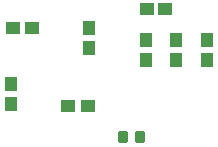
<source format=gbr>
%TF.GenerationSoftware,Altium Limited,Altium Designer,25.8.1 (18)*%
G04 Layer_Color=128*
%FSLAX45Y45*%
%MOMM*%
%TF.SameCoordinates,031978D1-9D18-463A-8735-F8186BF7E524*%
%TF.FilePolarity,Positive*%
%TF.FileFunction,Paste,Bot*%
%TF.Part,Single*%
G01*
G75*
%TA.AperFunction,SMDPad,CuDef*%
G04:AMPARAMS|DCode=16|XSize=0.8mm|YSize=1mm|CornerRadius=0.1mm|HoleSize=0mm|Usage=FLASHONLY|Rotation=180.000|XOffset=0mm|YOffset=0mm|HoleType=Round|Shape=RoundedRectangle|*
%AMROUNDEDRECTD16*
21,1,0.80000,0.80000,0,0,180.0*
21,1,0.60000,1.00000,0,0,180.0*
1,1,0.20000,-0.30000,0.40000*
1,1,0.20000,0.30000,0.40000*
1,1,0.20000,0.30000,-0.40000*
1,1,0.20000,-0.30000,-0.40000*
%
%ADD16ROUNDEDRECTD16*%
%ADD21R,1.15814X1.01213*%
%ADD30R,1.01213X1.15814*%
%ADD40R,1.30606X1.05822*%
D16*
X5326481Y5928797D02*
D03*
X5176481D02*
D03*
D21*
X4714606Y6191210D02*
D03*
X4409411Y6849405D02*
D03*
X4880004Y6191210D02*
D03*
X4244012Y6849405D02*
D03*
D30*
X5890047Y6577576D02*
D03*
X5370047Y6577578D02*
D03*
X5630046Y6577577D02*
D03*
X4890039Y6683078D02*
D03*
X4231845Y6371783D02*
D03*
X5630046Y6742976D02*
D03*
X5890047Y6742975D02*
D03*
X5370047Y6742977D02*
D03*
X4890039Y6848476D02*
D03*
X4231845Y6206384D02*
D03*
D40*
X5537600Y7007292D02*
D03*
X5382384D02*
D03*
%TF.MD5,1ed25b0a43fa5217b68373bc6fcc69bb*%
M02*

</source>
